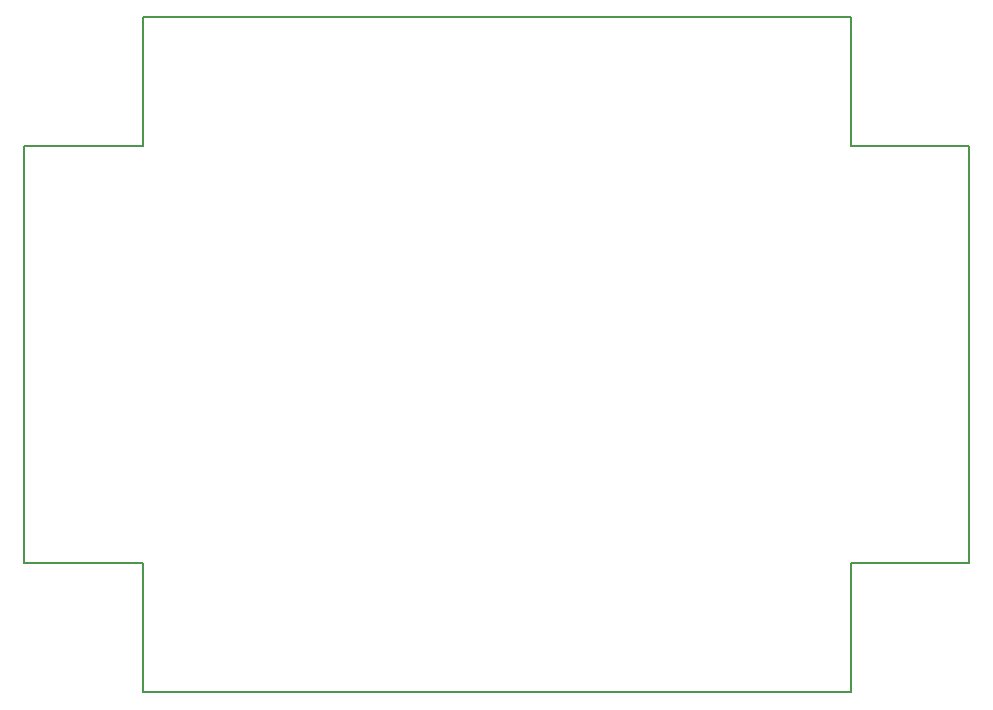
<source format=gm1>
G04*
G04 #@! TF.GenerationSoftware,Altium Limited,Altium Designer,24.3.1 (35)*
G04*
G04 Layer_Color=16711935*
%FSLAX44Y44*%
%MOMM*%
G71*
G04*
G04 #@! TF.SameCoordinates,063D28A7-869B-49E0-B519-EA391C4CE498*
G04*
G04*
G04 #@! TF.FilePolarity,Positive*
G04*
G01*
G75*
%ADD11C,0.1270*%
D11*
X627380Y1149350D02*
X1226820D01*
X627380Y1040130D02*
Y1149350D01*
X1226820Y1040130D02*
Y1149350D01*
X527380Y1040130D02*
X627380D01*
X527380Y687070D02*
Y1040130D01*
Y687070D02*
X627380D01*
Y577893D02*
Y687070D01*
X1326820D02*
Y1040130D01*
X1226820D02*
X1326820D01*
X1226820Y577850D02*
Y687070D01*
X627380Y577893D02*
X1226820D01*
Y687070D02*
X1326820D01*
M02*

</source>
